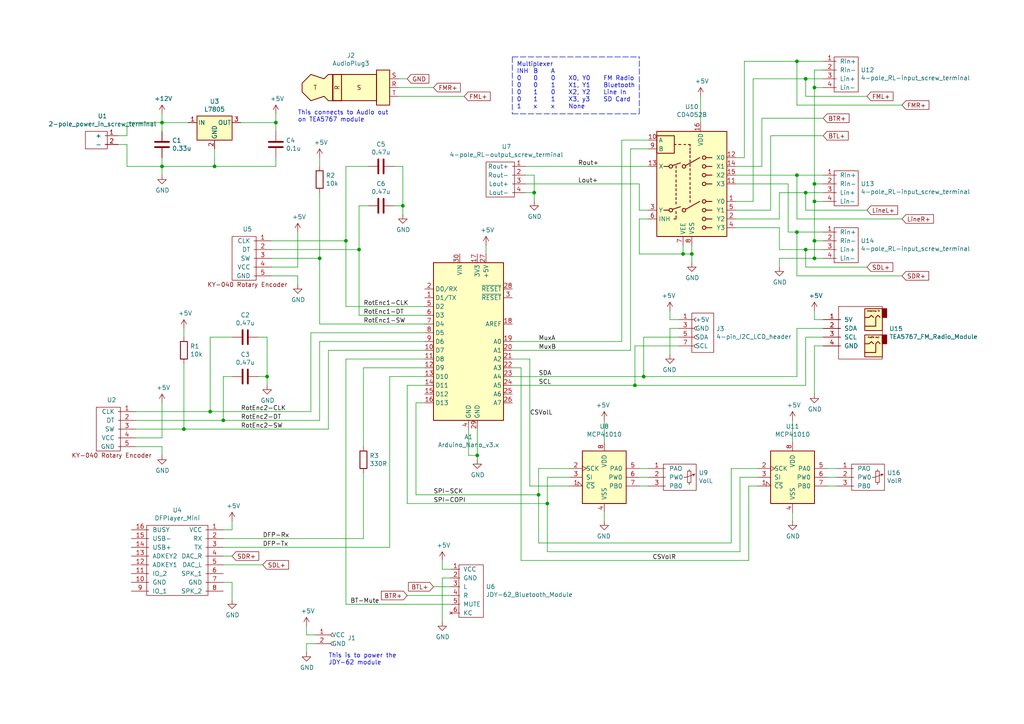
<source format=kicad_sch>
(kicad_sch (version 20211123) (generator eeschema)
  (paper "A4")
  (lib_symbols
    (symbol "Analog_Switch:CD4052B"
      (property "Reference" "U" (at -10.16 16.51 0))
      (property "Value" "CD4052B" (at 3.81 16.51 0))
      (symbol "CD4052B_0_1"
        (rectangle (start -10.16 8.89) (end -5.08 13.97) (stroke (width 0.254)))
        (rectangle (start -10.16 15.24) (end 10.16 -15.24) (stroke (width 0.254)) (fill (type background)))
        (circle (center -6.096 -7.62) (radius 0.508) (stroke (width 0.254)))
        (circle (center -6.096 5.08) (radius 0.508) (stroke (width 0.254)))
        (circle (center -2.286 -7.62) (radius 0.508) (stroke (width 0.254)))
        (circle (center -2.286 5.08) (radius 0.508) (stroke (width 0.254)))
        (polyline (pts (xy -8.128 -7.62) (xy -6.604 -7.62)) (stroke (width 0.254)))
        (polyline (pts (xy -8.128 5.08) (xy -6.604 5.08)) (stroke (width 0.254)))
        (polyline (pts (xy -5.588 -7.366) (xy -3.302 -6.604)) (stroke (width 0.254)))
        (polyline (pts (xy -5.588 5.334) (xy -3.302 6.096)) (stroke (width 0.254)))
        (polyline (pts (xy -4.572 -10.16) (xy -5.207 -10.16)) (stroke (width 0.254)))
        (polyline (pts (xy -4.572 -9.906) (xy -4.572 -9.271)) (stroke (width 0.254)))
        (polyline (pts (xy -4.572 -8.636) (xy -4.572 -8.001)) (stroke (width 0.254)))
        (polyline (pts (xy -4.572 -5.842) (xy -4.572 -5.207)) (stroke (width 0.254)))
        (polyline (pts (xy -4.572 -4.572) (xy -4.572 -3.937)) (stroke (width 0.254)))
        (polyline (pts (xy -4.572 -3.302) (xy -4.572 -2.667)) (stroke (width 0.254)))
        (polyline (pts (xy -4.572 -2.032) (xy -4.572 -1.397)) (stroke (width 0.254)))
        (polyline (pts (xy -4.572 -0.762) (xy -4.572 -0.127)) (stroke (width 0.254)))
        (polyline (pts (xy -4.572 0.508) (xy -4.572 1.143)) (stroke (width 0.254)))
        (polyline (pts (xy -4.572 2.032) (xy -4.572 2.667)) (stroke (width 0.254)))
        (polyline (pts (xy -4.572 3.302) (xy -4.572 3.937)) (stroke (width 0.254)))
        (polyline (pts (xy -4.572 4.572) (xy -4.572 5.207)) (stroke (width 0.254)))
        (polyline (pts (xy -4.572 11.43) (xy -5.08 11.43)) (stroke (width 0.254)))
        (polyline (pts (xy -3.81 11.43) (xy -3.175 11.43)) (stroke (width 0.254)))
        (polyline (pts (xy -1.778 -7.366) (xy 2.286 -5.08)) (stroke (width 0.254)))
        (polyline (pts (xy -1.778 5.334) (xy 2.286 7.62)) (stroke (width 0.254)))
        (polyline (pts (xy -1.778 11.43) (xy -2.286 11.43)) (stroke (width 0.254)))
        (polyline (pts (xy -0.508 -5.334) (xy -0.508 -4.699)) (stroke (width 0.254)))
        (polyline (pts (xy -0.508 -4.064) (xy -0.508 -3.429)) (stroke (width 0.254)))
        (polyline (pts (xy -0.508 -2.794) (xy -0.508 -2.159)) (stroke (width 0.254)))
        (polyline (pts (xy -0.508 -1.524) (xy -0.508 -0.889)) (stroke (width 0.254)))
        (polyline (pts (xy -0.508 -0.254) (xy -0.508 0.381)) (stroke (width 0.254)))
        (polyline (pts (xy -0.508 1.27) (xy -0.508 1.905)) (stroke (width 0.254)))
        (polyline (pts (xy -0.508 2.54) (xy -0.508 3.175)) (stroke (width 0.254)))
        (polyline (pts (xy -0.508 3.81) (xy -0.508 4.445)) (stroke (width 0.254)))
        (polyline (pts (xy -0.508 5.08) (xy -0.508 5.715)) (stroke (width 0.254)))
        (polyline (pts (xy -0.508 6.35) (xy -0.508 6.985)) (stroke (width 0.254)))
        (polyline (pts (xy -0.508 7.62) (xy -0.508 8.255)) (stroke (width 0.254)))
        (polyline (pts (xy -0.508 8.89) (xy -0.508 9.398)) (stroke (width 0.254)))
        (polyline (pts (xy -0.508 8.89) (xy -0.508 9.525)) (stroke (width 0.254)))
        (polyline (pts (xy -0.508 9.906) (xy -0.508 10.414)) (stroke (width 0.254)))
        (polyline (pts (xy -0.508 10.922) (xy -0.508 11.43)) (stroke (width 0.254)))
        (polyline (pts (xy -0.508 11.43) (xy -1.016 11.43)) (stroke (width 0.254)))
        (polyline (pts (xy 4.064 -12.7) (xy 5.842 -12.7)) (stroke (width 0.254)))
        (polyline (pts (xy 4.064 -10.16) (xy 5.842 -10.16)) (stroke (width 0.254)))
        (polyline (pts (xy 4.064 -7.62) (xy 5.842 -7.62)) (stroke (width 0.254)))
        (polyline (pts (xy 4.064 -5.08) (xy 5.842 -5.08)) (stroke (width 0.254)))
        (polyline (pts (xy 4.064 0) (xy 5.842 0)) (stroke (width 0.254)))
        (polyline (pts (xy 4.064 2.54) (xy 5.842 2.54)) (stroke (width 0.254)))
        (polyline (pts (xy 4.064 5.08) (xy 5.842 5.08)) (stroke (width 0.254)))
        (polyline (pts (xy 4.064 7.62) (xy 5.842 7.62)) (stroke (width 0.254)))
        (circle (center 3.556 -12.7) (radius 0.508) (stroke (width 0.254)))
        (circle (center 3.556 -10.16) (radius 0.508) (stroke (width 0.254)))
        (circle (center 3.556 -7.62) (radius 0.508) (stroke (width 0.254)))
        (circle (center 3.556 -5.08) (radius 0.508) (stroke (width 0.254)))
        (circle (center 3.556 0) (radius 0.508) (stroke (width 0.254)))
        (circle (center 3.556 2.54) (radius 0.508) (stroke (width 0.254)))
        (circle (center 3.556 5.08) (radius 0.508) (stroke (width 0.254)))
        (circle (center 3.556 7.62) (radius 0.508) (stroke (width 0.254)))
      )
      (symbol "CD4052B_1_1"
        (pin bidirectional line (at 12.7 -5.08 180) (length 2.54) (name "Y0") (number "1"))
        (pin input line (at -12.7 12.7 0) (length 2.54) (name "A") (number "10"))
        (pin bidirectional line (at 12.7 0 180) (length 2.54) (name "X3") (number "11"))
        (pin bidirectional line (at 12.7 7.62 180) (length 2.54) (name "X0") (number "12"))
        (pin bidirectional line (at -12.7 5.08 0) (length 2.54) (name "X") (number "13"))
        (pin bidirectional line (at 12.7 5.08 180) (length 2.54) (name "X1") (number "14"))
        (pin bidirectional line (at 12.7 2.54 180) (length 2.54) (name "X2") (number "15"))
        (pin power_in line (at 2.54 17.78 270) (length 2.54) (name "VDD") (number "16"))
        (pin bidirectional line (at 12.7 -10.16 180) (length 2.54) (name "Y2") (number "2"))
        (pin bidirectional line (at -12.7 -7.62 0) (length 2.54) (name "Y") (number "3"))
        (pin bidirectional line (at 12.7 -12.7 180) (length 2.54) (name "Y3") (number "4"))
        (pin bidirectional line (at 12.7 -7.62 180) (length 2.54) (name "Y1") (number "5"))
        (pin input line (at -12.7 -10.16 0) (length 2.54) (name "INH") (number "6"))
        (pin power_in line (at -2.54 -17.78 90) (length 2.54) (name "VEE") (number "7"))
        (pin power_in line (at 0 -17.78 90) (length 2.54) (name "VSS") (number "8"))
        (pin input line (at -12.7 10.16 0) (length 2.54) (name "B") (number "9"))
      )
    )
    (symbol "Connector:AudioPlug3"
      (property "Reference" "J" (at 1.27 6.35 0))
      (property "Value" "AudioPlug3" (at 1.27 -6.35 0))
      (symbol "AudioPlug3_0_0"
        (text "R" (at -2.54 0 900) (effects (font (size 1.27 1.27))))
      )
      (symbol "AudioPlug3_0_1"
        (rectangle (start -3.81 3.81) (end -1.27 -3.81) (stroke (width 0.254)))
        (rectangle (start -1.27 -1.27) (end -1.27 -1.27))
      )
      (symbol "AudioPlug3_1_0"
        (text "S" (at 3.81 0 0) (effects (font (size 1.27 1.27))))
        (text "T" (at -8.89 0 0) (effects (font (size 1.27 1.27))))
      )
      (symbol "AudioPlug3_1_1"
        (rectangle (start -3.81 3.81) (end 8.89 -3.81) (stroke (width 0.254)) (fill (type background)))
        (polyline (pts (xy -3.81 3.81) (xy -5.08 3.81) (xy -6.35 2.54) (xy -10.16 3.81) (xy -12.7 1.27) (xy -12.7 -1.27) (xy -10.16 -3.81) (xy -6.35 -2.54) (xy -5.08 -3.81) (xy -3.81 -3.81) (xy -3.81 3.81)) (stroke (width 0.254)) (fill (type background)))
        (rectangle (start 12.7 5.08) (end 8.89 -5.08) (stroke (width 0.254)) (fill (type background)))
        (pin passive line (at 15.24 0 180) (length 2.54) (name "~") (number "R"))
        (pin passive line (at 15.24 2.54 180) (length 2.54) (name "~") (number "S"))
        (pin passive line (at 15.24 -2.54 180) (length 2.54) (name "~") (number "T"))
      )
    )
    (symbol "Device:C" (pin_numbers hide) (pin_names (offset 0.254))
      (property "Reference" "C" (at 0.635 2.54 0))
      (property "Value" "C" (at 0.635 -2.54 0))
      (symbol "C_0_1"
        (polyline (pts (xy -2.032 -0.762) (xy 2.032 -0.762)) (stroke (width 0.508)))
        (polyline (pts (xy -2.032 0.762) (xy 2.032 0.762)) (stroke (width 0.508)))
      )
      (symbol "C_1_1"
        (pin passive line (at 0 3.81 270) (length 2.794) (name "~") (number "1"))
        (pin passive line (at 0 -3.81 90) (length 2.794) (name "~") (number "2"))
      )
    )
    (symbol "Device:R" (pin_numbers hide) (pin_names (offset 0))
      (property "Reference" "R" (at 2.032 0 90))
      (property "Value" "R" (at 0 0 90))
      (symbol "R_0_1"
        (rectangle (start -1.016 -2.54) (end 1.016 2.54) (stroke (width 0.254)))
      )
      (symbol "R_1_1"
        (pin passive line (at 0 3.81 270) (length 1.27) (name "~") (number "1"))
        (pin passive line (at 0 -3.81 90) (length 1.27) (name "~") (number "2"))
      )
    )
    (symbol "MCU_Module:Arduino_Nano_v3.x"
      (property "Reference" "A" (at -10.16 23.495 0))
      (property "Value" "Arduino_Nano_v3.x" (at 5.08 -24.13 0))
      (symbol "Arduino_Nano_v3.x_0_1"
        (rectangle (start -10.16 22.86) (end 10.16 -22.86) (stroke (width 0.254)) (fill (type background)))
      )
      (symbol "Arduino_Nano_v3.x_1_1"
        (pin bidirectional line (at -12.7 12.7 0) (length 2.54) (name "D1/TX") (number "1"))
        (pin bidirectional line (at -12.7 -2.54 0) (length 2.54) (name "D7") (number "10"))
        (pin bidirectional line (at -12.7 -5.08 0) (length 2.54) (name "D8") (number "11"))
        (pin bidirectional line (at -12.7 -7.62 0) (length 2.54) (name "D9") (number "12"))
        (pin bidirectional line (at -12.7 -10.16 0) (length 2.54) (name "D10") (number "13"))
        (pin bidirectional line (at -12.7 -12.7 0) (length 2.54) (name "D11") (number "14"))
        (pin bidirectional line (at -12.7 -15.24 0) (length 2.54) (name "D12") (number "15"))
        (pin bidirectional line (at -12.7 -17.78 0) (length 2.54) (name "D13") (number "16"))
        (pin power_out line (at 2.54 25.4 270) (length 2.54) (name "3V3") (number "17"))
        (pin input line (at 12.7 5.08 180) (length 2.54) (name "AREF") (number "18"))
        (pin bidirectional line (at 12.7 0 180) (length 2.54) (name "A0") (number "19"))
        (pin bidirectional line (at -12.7 15.24 0) (length 2.54) (name "D0/RX") (number "2"))
        (pin bidirectional line (at 12.7 -2.54 180) (length 2.54) (name "A1") (number "20"))
        (pin bidirectional line (at 12.7 -5.08 180) (length 2.54) (name "A2") (number "21"))
        (pin bidirectional line (at 12.7 -7.62 180) (length 2.54) (name "A3") (number "22"))
        (pin bidirectional line (at 12.7 -10.16 180) (length 2.54) (name "A4") (number "23"))
        (pin bidirectional line (at 12.7 -12.7 180) (length 2.54) (name "A5") (number "24"))
        (pin bidirectional line (at 12.7 -15.24 180) (length 2.54) (name "A6") (number "25"))
        (pin bidirectional line (at 12.7 -17.78 180) (length 2.54) (name "A7") (number "26"))
        (pin power_out line (at 5.08 25.4 270) (length 2.54) (name "+5V") (number "27"))
        (pin input line (at 12.7 15.24 180) (length 2.54) (name "~{RESET}") (number "28"))
        (pin power_in line (at 2.54 -25.4 90) (length 2.54) (name "GND") (number "29"))
        (pin input line (at 12.7 12.7 180) (length 2.54) (name "~{RESET}") (number "3"))
        (pin power_in line (at -2.54 25.4 270) (length 2.54) (name "VIN") (number "30"))
        (pin power_in line (at 0 -25.4 90) (length 2.54) (name "GND") (number "4"))
        (pin bidirectional line (at -12.7 10.16 0) (length 2.54) (name "D2") (number "5"))
        (pin bidirectional line (at -12.7 7.62 0) (length 2.54) (name "D3") (number "6"))
        (pin bidirectional line (at -12.7 5.08 0) (length 2.54) (name "D4") (number "7"))
        (pin bidirectional line (at -12.7 2.54 0) (length 2.54) (name "D5") (number "8"))
        (pin bidirectional line (at -12.7 0 0) (length 2.54) (name "D6") (number "9"))
      )
    )
    (symbol "My_Headers:2-pin_power_input_header" (pin_names (offset 1.016))
      (property "Reference" "J" (at 0 2.54 0))
      (symbol "2-pin_power_input_header_1_1"
        (arc (start 0 -2.032) (mid -0.508 -2.54) (end 0 -3.048) (stroke (width 0.1524)))
        (polyline (pts (xy -1.27 -2.54) (xy -0.508 -2.54)) (stroke (width 0.1524)))
        (polyline (pts (xy -1.27 0) (xy -0.508 0)) (stroke (width 0.1524)))
        (arc (start 0 0.508) (mid -0.508 0) (end 0 -0.508) (stroke (width 0.1524)))
        (pin power_out line (at -5.08 0 0) (length 3.81) (name "VCC") (number "1"))
        (pin power_out line (at -5.08 -2.54 0) (length 3.81) (name "GND") (number "2"))
      )
    )
    (symbol "My_Headers:3-pin_potentiometer_output" (pin_names (offset 1.016))
      (property "Reference" "U" (at 5.715 2.54 0))
      (property "Value" "3-pin_potentiometer_output" (at 5.08 -7.62 0))
      (symbol "3-pin_potentiometer_output_0_1"
        (polyline (pts (xy 11.938 -4.064) (xy 11.938 -4.699)))
        (polyline (pts (xy 11.938 -0.254) (xy 11.938 -0.762)))
        (polyline (pts (xy 12.827 -1.651) (xy 12.827 -1.651)))
        (polyline (pts (xy 13.589 -1.651) (xy 13.081 -2.159)))
        (polyline (pts (xy 10.414 -2.54) (xy 11.049 -2.54) (xy 13.589 -1.651) (xy 12.827 -1.651)))
        (polyline (pts (xy 4.445 1.27) (xy 13.97 1.27) (xy 13.97 -6.35) (xy 4.445 -6.35) (xy 4.445 1.27)))
        (polyline (pts (xy 11.43 -0.762) (xy 12.446 -0.762) (xy 12.446 -4.064) (xy 11.43 -4.064) (xy 11.43 -0.762)))
      )
      (symbol "3-pin_potentiometer_output_1_1"
        (pin input line (at 0 0 0) (length 5.08) (name "PAO") (number "1"))
        (pin output line (at 0 -2.54 0) (length 5.08) (name "PW0") (number "2"))
        (pin input line (at 0 -5.08 0) (length 5.08) (name "PB0") (number "3"))
      )
    )
    (symbol "My_Headers:4-pin_I2C_LCD_header" (pin_names (offset 1.016))
      (property "Reference" "J" (at 0 5.715 0))
      (property "Value" "4-pin_I2C_LCD_header" (at 0 -8.255 0))
      (symbol "4-pin_I2C_LCD_header_0_1"
        (rectangle (start -1.27 4.445) (end 5.08 -6.985))
      )
      (symbol "4-pin_I2C_LCD_header_1_1"
        (arc (start 0 -4.572) (mid -0.508 -5.08) (end 0 -5.588) (stroke (width 0.1524)))
        (arc (start 0 -2.032) (mid -0.508 -2.54) (end 0 -3.048) (stroke (width 0.1524)))
        (polyline (pts (xy -1.27 -5.08) (xy -0.508 -5.08)) (stroke (width 0.1524)))
        (polyline (pts (xy -1.27 -2.54) (xy -0.508 -2.54)) (stroke (width 0.1524)))
        (polyline (pts (xy -1.27 0) (xy -0.508 0)) (stroke (width 0.1524)))
        (polyline (pts (xy -1.27 2.54) (xy -0.508 2.54)) (stroke (width 0.1524)))
        (arc (start 0 0.508) (mid -0.508 0) (end 0 -0.508) (stroke (width 0.1524)))
        (arc (start 0 3.048) (mid -0.508 2.54) (end 0 2.032) (stroke (width 0.1524)))
        (pin power_in line (at -5.08 2.54 0) (length 3.81) (name "+5V") (number "1"))
        (pin power_in line (at -5.08 0 0) (length 3.81) (name "GND") (number "3"))
        (pin passive line (at -5.08 -2.54 0) (length 3.81) (name "SDA") (number "5"))
        (pin passive line (at -5.08 -5.08 0) (length 3.81) (name "SCL") (number "7"))
      )
    )
    (symbol "My_Parts:2-pole_power_in_screw_terminal" (pin_names (offset 1.016))
      (property "Reference" "U" (at 4.445 3.175 0))
      (property "Value" "2-pole_power_in_screw_terminal" (at 6.35 -5.715 0))
      (symbol "2-pole_power_in_screw_terminal_0_1"
        (rectangle (start 3.175 1.27) (end 9.525 -3.81))
      )
      (symbol "2-pole_power_in_screw_terminal_1_1"
        (pin power_in line (at 0 0 0) (length 3.81) (name "+") (number "1"))
        (pin power_in line (at 0 -2.54 0) (length 3.81) (name "-") (number "2"))
      )
    )
    (symbol "My_Parts:4-pole_RL-input_screw_terminal" (pin_names (offset 1.016))
      (property "Reference" "U" (at 4.445 3.175 0))
      (property "Value" "4-pole_RL-input_screw_terminal" (at 6.35 -10.795 0))
      (symbol "4-pole_RL-input_screw_terminal_0_1"
        (rectangle (start 3.175 1.27) (end 10.16 -8.89))
      )
      (symbol "4-pole_RL-input_screw_terminal_1_1"
        (pin input line (at 0 0 0) (length 3.81) (name "Rin+") (number "1"))
        (pin input line (at 0 -2.54 0) (length 3.81) (name "Rin-") (number "2"))
        (pin input line (at 0 -5.08 0) (length 3.81) (name "Lin+") (number "3"))
        (pin input line (at 0 -7.62 0) (length 3.81) (name "Lin-") (number "4"))
      )
    )
    (symbol "My_Parts:4-pole_RL-output_screw_terminal" (pin_names (offset 1.016))
      (property "Reference" "U" (at 4.445 3.175 0))
      (property "Value" "4-pole_RL-output_screw_terminal" (at 6.35 -10.795 0))
      (symbol "4-pole_RL-output_screw_terminal_0_1"
        (rectangle (start 3.175 1.27) (end 11.43 -8.89))
      )
      (symbol "4-pole_RL-output_screw_terminal_1_1"
        (pin output line (at 0 0 0) (length 3.81) (name "Rout+") (number "1"))
        (pin output line (at 0 -2.54 0) (length 3.81) (name "Rout-") (number "2"))
        (pin output line (at 0 -5.08 0) (length 3.81) (name "Lout+") (number "3"))
        (pin output line (at 0 -7.62 0) (length 3.81) (name "Lout-") (number "4"))
      )
    )
    (symbol "My_Parts:DFPlayer_Mini" (pin_names (offset 1.016))
      (property "Reference" "U" (at 6.985 2.54 0))
      (property "Value" "DFPlayer_Mini" (at 12.7 -20.955 0))
      (symbol "DFPlayer_Mini_0_1"
        (polyline (pts (xy 4.445 1.27) (xy 4.445 -19.05) (xy 22.225 -19.05) (xy 22.225 1.27) (xy 4.445 1.27)))
      )
      (symbol "DFPlayer_Mini_1_1"
        (pin power_in line (at 0 0 0) (length 5.08) (name "VCC") (number "1"))
        (pin power_in line (at 26.67 -15.24 180) (length 5.08) (name "GND") (number "10"))
        (pin input line (at 26.67 -12.7 180) (length 5.08) (name "IO_2") (number "11"))
        (pin input line (at 26.67 -10.16 180) (length 5.08) (name "ADKEY1") (number "12"))
        (pin input line (at 26.67 -7.62 180) (length 5.08) (name "ADKEY2") (number "13"))
        (pin bidirectional line (at 26.67 -5.08 180) (length 5.08) (name "USB+") (number "14"))
        (pin bidirectional line (at 26.67 -2.54 180) (length 5.08) (name "USB-") (number "15"))
        (pin output line (at 26.67 0 180) (length 5.08) (name "BUSY") (number "16"))
        (pin input line (at 0 -2.54 0) (length 5.08) (name "RX") (number "2"))
        (pin output line (at 0 -5.08 0) (length 5.08) (name "TX") (number "3"))
        (pin output line (at 0 -7.62 0) (length 5.08) (name "DAC_R") (number "4"))
        (pin output line (at 0 -10.16 0) (length 5.08) (name "DAC_L") (number "5"))
        (pin output line (at 0 -12.7 0) (length 5.08) (name "SPK_1") (number "6"))
        (pin power_in line (at 0 -15.24 0) (length 5.08) (name "GND") (number "7"))
        (pin output line (at 0 -17.78 0) (length 5.08) (name "SPK_2") (number "8"))
        (pin input line (at 26.67 -17.78 180) (length 5.08) (name "IO_1") (number "9"))
      )
    )
    (symbol "My_Parts:JDY-62_Bluetooth_Module" (pin_names (offset 1.016))
      (property "Reference" "U" (at 3.302 2.286 0))
      (property "Value" "JDY-62_Bluetooth_Module" (at 6.096 -15.494 0))
      (symbol "JDY-62_Bluetooth_Module_0_1"
        (polyline (pts (xy 2.286 1.27) (xy 2.286 -13.97) (xy 9.398 -13.97) (xy 9.398 1.27) (xy 2.286 1.27)))
      )
      (symbol "JDY-62_Bluetooth_Module_1_1"
        (pin power_in line (at 0 0 0) (length 2.54) (name "VCC") (number "1"))
        (pin power_in line (at 0 -2.54 0) (length 2.54) (name "GND") (number "2"))
        (pin output line (at 0 -5.08 0) (length 2.54) (name "L") (number "3"))
        (pin output line (at 0 -7.62 0) (length 2.54) (name "R") (number "4"))
        (pin output line (at 0 -10.16 0) (length 2.54) (name "MUTE") (number "5"))
        (pin no_connect line (at 0 -12.7 0) (length 2.54) (name "KC") (number "6"))
      )
    )
    (symbol "My_Parts:KY-040_Rotary_Encoder" (pin_names (offset 1.016))
      (property "Reference" "U" (at 0.635 2.54 0))
      (symbol "KY-040_Rotary_Encoder_0_0"
        (text "KY-040 Rotary Encoder" (at 1.905 -12.7 0) (effects (font (size 1.27 1.27))))
      )
      (symbol "KY-040_Rotary_Encoder_0_1"
        (rectangle (start -0.635 -11.43) (end 6.35 1.27))
      )
      (symbol "KY-040_Rotary_Encoder_1_1"
        (pin output line (at -5.08 0 0) (length 5.08) (name "CLK") (number "1"))
        (pin output line (at -5.08 -2.54 0) (length 5.08) (name "DT") (number "2"))
        (pin output line (at -5.08 -5.08 0) (length 5.08) (name "SW") (number "3"))
        (pin power_in line (at -5.08 -7.62 0) (length 5.08) (name "VCC") (number "4"))
        (pin power_in line (at -5.08 -10.16 0) (length 5.08) (name "GND") (number "5"))
      )
    )
    (symbol "My_Parts:TEA5767_FM_Radio_Module" (pin_names (offset 1.016))
      (property "Reference" "U" (at 6.35 5.08 0))
      (property "Value" "TEA5767_FM_Radio_Module" (at 9.525 -13.335 0))
      (symbol "TEA5767_FM_Radio_Module_0_0"
        (text "Antenna in" (at 14.605 2.54 0) (effects (font (size 0.4572 0.4572))))
        (text "Audio out" (at 14.605 -5.08 0) (effects (font (size 0.4572 0.4572))))
      )
      (symbol "TEA5767_FM_Radio_Module_0_1"
        (polyline (pts (xy 17.145 -4.445) (xy 17.145 -3.175)))
        (polyline (pts (xy 17.145 3.175) (xy 17.145 3.81) (xy 4.445 3.81)))
        (polyline (pts (xy 4.445 3.81) (xy 4.445 -11.43) (xy 17.145 -11.43) (xy 17.145 -10.795)))
      )
      (symbol "TEA5767_FM_Radio_Module_1_1"
        (polyline (pts (xy 14.605 -6.985) (xy 13.97 -6.35) (xy 13.335 -6.985) (xy 12.065 -6.985)) (stroke (width 0.254)))
        (polyline (pts (xy 14.605 0.635) (xy 13.97 1.27) (xy 13.335 0.635) (xy 12.065 0.635)) (stroke (width 0.254)))
        (polyline (pts (xy 12.065 -9.525) (xy 15.24 -9.525) (xy 15.24 -6.985) (xy 15.875 -6.35) (xy 16.51 -6.985)) (stroke (width 0.254)))
        (polyline (pts (xy 12.065 -1.905) (xy 15.24 -1.905) (xy 15.24 0.635) (xy 15.875 1.27) (xy 16.51 0.635)) (stroke (width 0.254)))
        (rectangle (start 12.065 -10.795) (end 17.145 -4.445) (stroke (width 0.254)) (fill (type background)))
        (rectangle (start 12.065 -3.175) (end 17.145 3.175) (stroke (width 0.254)) (fill (type background)))
        (rectangle (start 17.145 -4.445) (end 18.415 -6.985) (stroke (width 0.254)) (fill (type outline)))
        (rectangle (start 17.145 3.175) (end 18.415 0.635) (stroke (width 0.254)) (fill (type outline)))
        (pin power_in line (at 0 0 0) (length 5.08) (name "5V") (number "1"))
        (pin bidirectional line (at 0 -2.54 0) (length 5.08) (name "SDA") (number "2"))
        (pin bidirectional line (at 0 -5.08 0) (length 5.08) (name "SCL") (number "3"))
        (pin power_in line (at 0 -7.62 0) (length 5.08) (name "GND") (number "4"))
      )
    )
    (symbol "Potentiometer_Digital:MCP41010" (pin_names (offset 1.016))
      (property "Reference" "U" (at -6.35 8.89 0))
      (property "Value" "MCP41010" (at 1.27 8.89 0))
      (symbol "MCP41010_0_1"
        (rectangle (start -6.35 7.62) (end 6.35 -7.62) (stroke (width 0.254)) (fill (type background)))
      )
      (symbol "MCP41010_1_1"
        (pin input input_low (at -10.16 -2.54 0) (length 3.81) (name "~{CS}") (number "1"))
        (pin passive clock (at -10.16 2.54 0) (length 3.81) (name "SCK") (number "2"))
        (pin input line (at -10.16 0 0) (length 3.81) (name "SI") (number "3"))
        (pin power_in line (at 0 -10.16 90) (length 2.54) (name "VSS") (number "4"))
        (pin passive line (at 10.16 2.54 180) (length 3.81) (name "PA0") (number "5"))
        (pin passive line (at 10.16 0 180) (length 3.81) (name "PW0") (number "6"))
        (pin passive line (at 10.16 -2.54 180) (length 3.81) (name "PB0") (number "7"))
        (pin power_in line (at 0 10.16 270) (length 2.54) (name "VDD") (number "8"))
      )
    )
    (symbol "Regulator_Linear:L7805" (pin_names (offset 0.254))
      (property "Reference" "U" (at -3.81 3.175 0))
      (property "Value" "L7805" (at 0 3.175 0))
      (symbol "L7805_0_1"
        (rectangle (start -5.08 1.905) (end 5.08 -5.08) (stroke (width 0.254)) (fill (type background)))
      )
      (symbol "L7805_1_1"
        (pin power_in line (at -7.62 0 0) (length 2.54) (name "IN") (number "1"))
        (pin power_in line (at 0 -7.62 90) (length 2.54) (name "GND") (number "2"))
        (pin power_out line (at 7.62 0 180) (length 2.54) (name "OUT") (number "3"))
      )
    )
    (symbol "power:+12V" (power) (pin_names (offset 0))
      (property "Value" "+12V" (at 0 3.556 0))
      (symbol "+12V_0_1"
        (polyline (pts (xy -0.762 1.27) (xy 0 2.54)))
        (polyline (pts (xy 0 0) (xy 0 2.54)))
        (polyline (pts (xy 0 2.54) (xy 0.762 1.27)))
      )
      (symbol "+12V_1_1"
        (pin power_in line (at 0 0 90) (length 0) hide (name "+12V") (number "1"))
      )
    )
    (symbol "power:+5V" (power) (pin_names (offset 0))
      (property "Value" "+5V" (at 0 3.556 0))
      (symbol "+5V_0_1"
        (polyline (pts (xy -0.762 1.27) (xy 0 2.54)))
        (polyline (pts (xy 0 0) (xy 0 2.54)))
        (polyline (pts (xy 0 2.54) (xy 0.762 1.27)))
      )
      (symbol "+5V_1_1"
        (pin power_in line (at 0 0 90) (length 0) hide (name "+5V") (number "1"))
      )
    )
    (symbol "power:GND" (power) (pin_names (offset 0))
      (property "Value" "GND" (at 0 -3.81 0))
      (symbol "GND_0_1"
        (polyline (pts (xy 0 0) (xy 0 -1.27) (xy 1.27 -1.27) (xy 0 -2.54) (xy -1.27 -1.27) (xy 0 -1.27)))
      )
      (symbol "GND_1_1"
        (pin power_in line (at 0 0 270) (length 0) hide (name "GND") (number "1"))
      )
    )
  )
  (junction (at 233.68 55.88))
  (junction (at 158.75 146.05))
  (junction (at 231.14 67.31))
  (junction (at 92.71 74.93))
  (junction (at 53.34 124.46))
  (junction (at 198.12 73.66))
  (junction (at 236.22 58.42))
  (junction (at 156.21 143.51))
  (junction (at 233.68 72.39))
  (junction (at 116.84 59.69))
  (junction (at 100.33 69.85))
  (junction (at 233.68 22.86))
  (junction (at 64.77 121.92))
  (junction (at 200.66 73.66))
  (junction (at 154.94 55.88))
  (junction (at 62.23 48.26))
  (junction (at 186.69 109.22))
  (junction (at 80.01 35.56))
  (junction (at 231.14 50.8))
  (junction (at 236.22 53.34))
  (junction (at 104.14 72.39))
  (junction (at 77.47 109.22))
  (junction (at 231.14 17.78))
  (junction (at 236.22 69.85))
  (junction (at 46.99 35.56))
  (junction (at 236.22 25.4))
  (junction (at 138.43 132.08))
  (junction (at 60.96 119.38))
  (junction (at 236.22 74.93))
  (junction (at 46.99 48.26))
  (junction (at 184.15 111.76))
  (polyline (pts (xy 185.42 33.02) (xy 185.42 16.51)))
  (wire (pts (xy 67.31 168.91) (xy 67.31 173.99)))
  (wire (pts (xy 187.96 60.96) (xy 185.42 60.96)))
  (wire (pts (xy 236.22 74.93) (xy 226.06 74.93)))
  (wire (pts (xy 128.27 165.1) (xy 128.27 162.56)))
  (wire (pts (xy 238.76 69.85) (xy 236.22 69.85)))
  (wire (pts (xy 90.17 96.52) (xy 90.17 119.38)))
  (wire (pts (xy 175.26 128.27) (xy 175.26 121.92)))
  (wire (pts (xy 46.99 48.26) (xy 62.23 48.26)))
  (wire (pts (xy 74.93 109.22) (xy 77.47 109.22)))
  (wire (pts (xy 236.22 100.33) (xy 236.22 114.3)))
  (wire (pts (xy 223.52 39.37) (xy 238.76 39.37)))
  (wire (pts (xy 86.36 77.47) (xy 86.36 67.31)))
  (wire (pts (xy 238.76 25.4) (xy 236.22 25.4)))
  (wire (pts (xy 217.17 140.97) (xy 217.17 162.56)))
  (wire (pts (xy 36.83 48.26) (xy 46.99 48.26)))
  (wire (pts (xy 233.68 111.76) (xy 184.15 111.76)))
  (wire (pts (xy 53.34 97.79) (xy 53.34 95.25)))
  (wire (pts (xy 180.34 99.06) (xy 180.34 40.64)))
  (wire (pts (xy 238.76 20.32) (xy 236.22 20.32)))
  (wire (pts (xy 39.37 124.46) (xy 53.34 124.46)))
  (wire (pts (xy 64.77 109.22) (xy 64.77 121.92)))
  (wire (pts (xy 236.22 58.42) (xy 236.22 69.85)))
  (wire (pts (xy 36.83 41.91) (xy 36.83 48.26)))
  (wire (pts (xy 116.84 48.26) (xy 114.3 48.26)))
  (wire (pts (xy 229.87 128.27) (xy 229.87 121.92)))
  (wire (pts (xy 184.15 111.76) (xy 184.15 100.33)))
  (wire (pts (xy 115.57 25.4) (xy 125.73 25.4)))
  (wire (pts (xy 113.03 109.22) (xy 123.19 109.22)))
  (wire (pts (xy 185.42 73.66) (xy 185.42 63.5)))
  (wire (pts (xy 92.71 93.98) (xy 123.19 93.98)))
  (wire (pts (xy 123.19 96.52) (xy 90.17 96.52)))
  (wire (pts (xy 187.96 140.97) (xy 185.42 140.97)))
  (wire (pts (xy 116.84 59.69) (xy 116.84 48.26)))
  (wire (pts (xy 213.36 53.34) (xy 228.6 53.34)))
  (wire (pts (xy 64.77 161.29) (xy 67.31 161.29)))
  (wire (pts (xy 64.77 158.75) (xy 113.03 158.75)))
  (wire (pts (xy 130.81 172.72) (xy 118.11 172.72)))
  (wire (pts (xy 140.97 73.66) (xy 140.97 71.12)))
  (wire (pts (xy 80.01 48.26) (xy 80.01 45.72)))
  (wire (pts (xy 152.4 50.8) (xy 154.94 50.8)))
  (wire (pts (xy 231.14 63.5) (xy 261.62 63.5)))
  (wire (pts (xy 78.74 72.39) (xy 104.14 72.39)))
  (wire (pts (xy 198.12 73.66) (xy 200.66 73.66)))
  (wire (pts (xy 64.77 153.67) (xy 67.31 153.67)))
  (wire (pts (xy 219.71 138.43) (xy 214.63 138.43)))
  (wire (pts (xy 200.66 73.66) (xy 200.66 76.2)))
  (wire (pts (xy 182.88 101.6) (xy 148.59 101.6)))
  (wire (pts (xy 236.22 74.93) (xy 238.76 74.93)))
  (wire (pts (xy 91.44 184.15) (xy 88.9 184.15)))
  (wire (pts (xy 238.76 97.79) (xy 233.68 97.79)))
  (wire (pts (xy 231.14 67.31) (xy 231.14 80.01)))
  (wire (pts (xy 91.44 186.69) (xy 88.9 186.69)))
  (wire (pts (xy 186.69 109.22) (xy 186.69 97.79)))
  (wire (pts (xy 113.03 158.75) (xy 113.03 109.22)))
  (wire (pts (xy 214.63 138.43) (xy 214.63 160.02)))
  (wire (pts (xy 105.41 106.68) (xy 123.19 106.68)))
  (wire (pts (xy 218.44 58.42) (xy 218.44 22.86)))
  (wire (pts (xy 39.37 127) (xy 46.99 127)))
  (wire (pts (xy 78.74 80.01) (xy 86.36 80.01)))
  (wire (pts (xy 196.85 95.25) (xy 194.31 95.25)))
  (wire (pts (xy 213.36 66.04) (xy 226.06 66.04)))
  (wire (pts (xy 231.14 17.78) (xy 238.76 17.78)))
  (wire (pts (xy 46.99 127) (xy 46.99 116.84)))
  (wire (pts (xy 60.96 119.38) (xy 90.17 119.38)))
  (wire (pts (xy 115.57 22.86) (xy 118.11 22.86)))
  (wire (pts (xy 154.94 55.88) (xy 154.94 58.42)))
  (wire (pts (xy 212.09 157.48) (xy 156.21 157.48)))
  (wire (pts (xy 217.17 162.56) (xy 151.13 162.56)))
  (wire (pts (xy 46.99 45.72) (xy 46.99 48.26)))
  (wire (pts (xy 62.23 43.18) (xy 62.23 48.26)))
  (wire (pts (xy 77.47 109.22) (xy 77.47 97.79)))
  (wire (pts (xy 198.12 71.12) (xy 198.12 73.66)))
  (wire (pts (xy 175.26 148.59) (xy 175.26 151.13)))
  (wire (pts (xy 194.31 95.25) (xy 194.31 102.87)))
  (wire (pts (xy 184.15 111.76) (xy 148.59 111.76)))
  (wire (pts (xy 153.67 140.97) (xy 153.67 104.14)))
  (wire (pts (xy 106.68 59.69) (xy 104.14 59.69)))
  (wire (pts (xy 46.99 35.56) (xy 46.99 38.1)))
  (wire (pts (xy 218.44 22.86) (xy 233.68 22.86)))
  (wire (pts (xy 128.27 167.64) (xy 128.27 180.34)))
  (wire (pts (xy 34.29 41.91) (xy 36.83 41.91)))
  (wire (pts (xy 60.96 97.79) (xy 60.96 119.38)))
  (wire (pts (xy 233.68 60.96) (xy 251.46 60.96)))
  (wire (pts (xy 67.31 153.67) (xy 67.31 151.13)))
  (wire (pts (xy 213.36 60.96) (xy 223.52 60.96)))
  (wire (pts (xy 233.68 97.79) (xy 233.68 111.76)))
  (wire (pts (xy 92.71 99.06) (xy 123.19 99.06)))
  (wire (pts (xy 86.36 80.01) (xy 86.36 82.55)))
  (wire (pts (xy 105.41 156.21) (xy 105.41 137.16)))
  (wire (pts (xy 180.34 40.64) (xy 187.96 40.64)))
  (wire (pts (xy 238.76 58.42) (xy 236.22 58.42)))
  (wire (pts (xy 231.14 17.78) (xy 231.14 30.48)))
  (wire (pts (xy 182.88 43.18) (xy 182.88 101.6)))
  (wire (pts (xy 80.01 35.56) (xy 80.01 38.1)))
  (wire (pts (xy 215.9 45.72) (xy 215.9 17.78)))
  (wire (pts (xy 231.14 109.22) (xy 186.69 109.22)))
  (wire (pts (xy 185.42 60.96) (xy 185.42 53.34)))
  (wire (pts (xy 226.06 63.5) (xy 226.06 55.88)))
  (wire (pts (xy 100.33 69.85) (xy 100.33 88.9)))
  (wire (pts (xy 187.96 43.18) (xy 182.88 43.18)))
  (wire (pts (xy 220.98 34.29) (xy 238.76 34.29)))
  (wire (pts (xy 233.68 55.88) (xy 238.76 55.88)))
  (wire (pts (xy 130.81 167.64) (xy 128.27 167.64)))
  (wire (pts (xy 203.2 35.56) (xy 203.2 27.94)))
  (wire (pts (xy 238.76 92.71) (xy 236.22 92.71)))
  (wire (pts (xy 77.47 97.79) (xy 74.93 97.79)))
  (wire (pts (xy 105.41 129.54) (xy 105.41 106.68)))
  (wire (pts (xy 212.09 135.89) (xy 212.09 157.48)))
  (wire (pts (xy 92.71 48.26) (xy 92.71 45.72)))
  (wire (pts (xy 226.06 55.88) (xy 233.68 55.88)))
  (wire (pts (xy 236.22 92.71) (xy 236.22 90.17)))
  (wire (pts (xy 194.31 92.71) (xy 194.31 90.17)))
  (wire (pts (xy 187.96 135.89) (xy 185.42 135.89)))
  (wire (pts (xy 106.68 48.26) (xy 100.33 48.26)))
  (wire (pts (xy 165.1 135.89) (xy 156.21 135.89)))
  (wire (pts (xy 64.77 163.83) (xy 76.2 163.83)))
  (wire (pts (xy 158.75 146.05) (xy 158.75 160.02)))
  (wire (pts (xy 100.33 175.26) (xy 100.33 104.14)))
  (wire (pts (xy 138.43 132.08) (xy 138.43 133.35)))
  (wire (pts (xy 236.22 53.34) (xy 236.22 58.42)))
  (wire (pts (xy 229.87 148.59) (xy 229.87 151.13)))
  (wire (pts (xy 78.74 69.85) (xy 100.33 69.85)))
  (wire (pts (xy 104.14 59.69) (xy 104.14 72.39)))
  (wire (pts (xy 88.9 186.69) (xy 88.9 189.23)))
  (wire (pts (xy 233.68 72.39) (xy 233.68 77.47)))
  (wire (pts (xy 62.23 48.26) (xy 80.01 48.26)))
  (wire (pts (xy 39.37 129.54) (xy 46.99 129.54)))
  (wire (pts (xy 64.77 156.21) (xy 105.41 156.21)))
  (wire (pts (xy 92.71 121.92) (xy 92.71 99.06)))
  (wire (pts (xy 156.21 135.89) (xy 156.21 143.51)))
  (wire (pts (xy 54.61 35.56) (xy 46.99 35.56)))
  (wire (pts (xy 130.81 165.1) (xy 128.27 165.1)))
  (wire (pts (xy 151.13 106.68) (xy 148.59 106.68)))
  (wire (pts (xy 228.6 53.34) (xy 228.6 67.31)))
  (wire (pts (xy 213.36 63.5) (xy 226.06 63.5)))
  (wire (pts (xy 196.85 97.79) (xy 186.69 97.79)))
  (wire (pts (xy 233.68 77.47) (xy 251.46 77.47)))
  (wire (pts (xy 78.74 77.47) (xy 86.36 77.47)))
  (wire (pts (xy 242.57 135.89) (xy 240.03 135.89)))
  (wire (pts (xy 219.71 135.89) (xy 212.09 135.89)))
  (wire (pts (xy 154.94 50.8) (xy 154.94 55.88)))
  (wire (pts (xy 100.33 48.26) (xy 100.33 69.85)))
  (wire (pts (xy 228.6 67.31) (xy 231.14 67.31)))
  (wire (pts (xy 231.14 30.48) (xy 261.62 30.48)))
  (wire (pts (xy 77.47 109.22) (xy 77.47 111.76)))
  (wire (pts (xy 226.06 74.93) (xy 226.06 77.47)))
  (wire (pts (xy 236.22 20.32) (xy 236.22 25.4)))
  (wire (pts (xy 95.25 124.46) (xy 95.25 101.6)))
  (wire (pts (xy 80.01 33.02) (xy 80.01 35.56)))
  (wire (pts (xy 53.34 124.46) (xy 53.34 105.41)))
  (wire (pts (xy 100.33 104.14) (xy 123.19 104.14)))
  (wire (pts (xy 214.63 160.02) (xy 158.75 160.02)))
  (wire (pts (xy 36.83 35.56) (xy 46.99 35.56)))
  (wire (pts (xy 67.31 109.22) (xy 64.77 109.22)))
  (wire (pts (xy 135.89 124.46) (xy 135.89 132.08)))
  (wire (pts (xy 226.06 72.39) (xy 233.68 72.39)))
  (wire (pts (xy 226.06 66.04) (xy 226.06 72.39)))
  (wire (pts (xy 138.43 124.46) (xy 138.43 132.08)))
  (wire (pts (xy 154.94 55.88) (xy 152.4 55.88)))
  (polyline (pts (xy 148.59 16.51) (xy 148.59 33.02)))
  (wire (pts (xy 200.66 71.12) (xy 200.66 73.66)))
  (wire (pts (xy 120.65 143.51) (xy 156.21 143.51)))
  (wire (pts (xy 213.36 48.26) (xy 220.98 48.26)))
  (wire (pts (xy 238.76 100.33) (xy 236.22 100.33)))
  (wire (pts (xy 46.99 48.26) (xy 46.99 50.8)))
  (wire (pts (xy 196.85 100.33) (xy 184.15 100.33)))
  (wire (pts (xy 100.33 88.9) (xy 123.19 88.9)))
  (wire (pts (xy 165.1 138.43) (xy 158.75 138.43)))
  (wire (pts (xy 153.67 104.14) (xy 148.59 104.14)))
  (wire (pts (xy 233.68 22.86) (xy 238.76 22.86)))
  (wire (pts (xy 231.14 50.8) (xy 238.76 50.8)))
  (wire (pts (xy 236.22 69.85) (xy 236.22 74.93)))
  (wire (pts (xy 118.11 146.05) (xy 158.75 146.05)))
  (wire (pts (xy 88.9 184.15) (xy 88.9 181.61)))
  (wire (pts (xy 213.36 58.42) (xy 218.44 58.42)))
  (polyline (pts (xy 148.59 33.02) (xy 185.42 33.02)))
  (wire (pts (xy 196.85 92.71) (xy 194.31 92.71)))
  (wire (pts (xy 125.73 170.18) (xy 130.81 170.18)))
  (wire (pts (xy 213.36 50.8) (xy 231.14 50.8)))
  (wire (pts (xy 95.25 101.6) (xy 123.19 101.6)))
  (wire (pts (xy 165.1 140.97) (xy 153.67 140.97)))
  (wire (pts (xy 120.65 116.84) (xy 120.65 143.51)))
  (wire (pts (xy 67.31 97.79) (xy 60.96 97.79)))
  (wire (pts (xy 104.14 72.39) (xy 104.14 91.44)))
  (wire (pts (xy 114.3 59.69) (xy 116.84 59.69)))
  (wire (pts (xy 148.59 99.06) (xy 180.34 99.06)))
  (wire (pts (xy 123.19 116.84) (xy 120.65 116.84)))
  (wire (pts (xy 53.34 124.46) (xy 95.25 124.46)))
  (wire (pts (xy 116.84 59.69) (xy 116.84 62.23)))
  (wire (pts (xy 158.75 138.43) (xy 158.75 146.05)))
  (wire (pts (xy 185.42 63.5) (xy 187.96 63.5)))
  (wire (pts (xy 78.74 74.93) (xy 92.71 74.93)))
  (wire (pts (xy 231.14 67.31) (xy 238.76 67.31)))
  (wire (pts (xy 152.4 48.26) (xy 187.96 48.26)))
  (wire (pts (xy 156.21 143.51) (xy 156.21 157.48)))
  (wire (pts (xy 69.85 35.56) (xy 80.01 35.56)))
  (wire (pts (xy 64.77 121.92) (xy 92.71 121.92)))
  (wire (pts (xy 92.71 74.93) (xy 92.71 93.98)))
  (wire (pts (xy 123.19 111.76) (xy 118.11 111.76)))
  (wire (pts (xy 198.12 73.66) (xy 185.42 73.66)))
  (wire (pts (xy 135.89 132.08) (xy 138.43 132.08)))
  (wire (pts (xy 220.98 48.26) (xy 220.98 34.29)))
  (wire (pts (xy 231.14 95.25) (xy 231.14 109.22)))
  (wire (pts (xy 39.37 121.92) (xy 64.77 121.92)))
  (wire (pts (xy 219.71 140.97) (xy 217.17 140.97)))
  (wire (pts (xy 231.14 80.01) (xy 261.62 80.01)))
  (wire (pts (xy 238.76 95.25) (xy 231.14 95.25)))
  (wire (pts (xy 46.99 129.54) (xy 46.99 132.08)))
  (wire (pts (xy 233.68 55.88) (xy 233.68 60.96)))
  (wire (pts (xy 34.29 39.37) (xy 36.83 39.37)))
  (wire (pts (xy 39.37 119.38) (xy 60.96 119.38)))
  (wire (pts (xy 242.57 138.43) (xy 240.03 138.43)))
  (wire (pts (xy 242.57 140.97) (xy 240.03 140.97)))
  (wire (pts (xy 233.68 72.39) (xy 238.76 72.39)))
  (wire (pts (xy 185.42 138.43) (xy 187.96 138.43)))
  (wire (pts (xy 92.71 74.93) (xy 92.71 55.88)))
  (wire (pts (xy 115.57 27.94) (xy 134.62 27.94)))
  (wire (pts (xy 213.36 45.72) (xy 215.9 45.72)))
  (wire (pts (xy 185.42 53.34) (xy 152.4 53.34)))
  (wire (pts (xy 118.11 111.76) (xy 118.11 146.05)))
  (wire (pts (xy 223.52 60.96) (xy 223.52 39.37)))
  (wire (pts (xy 151.13 162.56) (xy 151.13 106.68)))
  (wire (pts (xy 130.81 175.26) (xy 100.33 175.26)))
  (wire (pts (xy 186.69 109.22) (xy 148.59 109.22)))
  (wire (pts (xy 64.77 168.91) (xy 67.31 168.91)))
  (polyline (pts (xy 148.59 16.51) (xy 185.42 16.51)))
  (wire (pts (xy 233.68 22.86) (xy 233.68 27.94)))
  (wire (pts (xy 231.14 50.8) (xy 231.14 63.5)))
  (wire (pts (xy 215.9 17.78) (xy 231.14 17.78)))
  (wire (pts (xy 233.68 27.94) (xy 251.46 27.94)))
  (wire (pts (xy 238.76 53.34) (xy 236.22 53.34)))
  (wire (pts (xy 46.99 35.56) (xy 46.99 33.02)))
  (wire (pts (xy 236.22 25.4) (xy 236.22 53.34)))
  (wire (pts (xy 104.14 91.44) (xy 123.19 91.44)))
  (wire (pts (xy 36.83 39.37) (xy 36.83 35.56)))
  (text "This connects to Audio out\non TEA5767 module" (at 86.36 35.56 0) (effects (font (size 1.27 1.27)) (justify left bottom)))
  (text "This is to power the \nJDY-62 module" (at 95.25 193.04 0) (effects (font (size 1.27 1.27)) (justify left bottom)))
  (text "Multiplexer\nINH	B	A\n0	0	0	X0, Y0	FM Radio\n0	0	1	X1, Y1	Bluetooth\n0	1	0	X2, Y2	Line In\n0	1	1	X3, y3	SD Card\n1	x	x	None" (at 149.86 31.75 0) (effects (font (size 1.27 1.27)) (justify left bottom)))
  (label "DFP-Tx" (at 76.2 158.75 0))
  (label "Lout+" (at 167.64 53.34 0))
  (label "SPI-SCK" (at 125.73 143.51 0))
  (label "CSVolR" (at 189.23 162.56 0))
  (label "RotEnc1-SW" (at 105.41 93.98 0))
  (label "Rout+" (at 167.64 48.26 0))
  (label "RotEnc1-CLK" (at 105.41 88.9 0))
  (label "SCL" (at 156.21 111.76 0))
  (label "RotEnc2-CLK" (at 69.85 119.38 0))
  (label "CSVolL" (at 153.67 120.65 0))
  (label "MuxA" (at 156.21 99.06 0))
  (label "BT-Mute" (at 101.6 175.26 0))
  (label "RotEnc2-SW" (at 69.85 124.46 0))
  (label "SPI-COPI" (at 125.73 146.05 0))
  (label "DFP-Rx" (at 76.2 156.21 0))
  (label "MuxB" (at 156.21 101.6 0))
  (label "SDA" (at 156.21 109.22 0))
  (label "RotEnc2-DT" (at 69.85 121.92 0))
  (label "RotEnc1-DT" (at 105.41 91.44 0))
  (global_label "SDL+" (shape input) (at 76.2 163.83 0) (property "Intersheet References" "${INTERSHEET_REFS}" (effects hide)))
  (global_label "FML+" (shape input) (at 251.46 27.94 0) (property "Intersheet References" "${INTERSHEET_REFS}" (effects hide)))
  (global_label "SDL+" (shape input) (at 251.46 77.47 0) (property "Intersheet References" "${INTERSHEET_REFS}" (effects hide)))
  (global_label "BTL+" (shape input) (at 238.76 39.37 0) (property "Intersheet References" "${INTERSHEET_REFS}" (effects hide)))
  (global_label "LineL+" (shape input) (at 251.46 60.96 0) (property "Intersheet References" "${INTERSHEET_REFS}" (effects hide)))
  (global_label "LineR+" (shape input) (at 261.62 63.5 0) (property "Intersheet References" "${INTERSHEET_REFS}" (effects hide)))
  (global_label "BTL+" (shape input) (at 125.73 170.18 180) (property "Intersheet References" "${INTERSHEET_REFS}" (effects hide)))
  (global_label "FMR+" (shape input) (at 261.62 30.48 0) (property "Intersheet References" "${INTERSHEET_REFS}" (effects hide)))
  (global_label "SDR+" (shape input) (at 261.62 80.01 0) (property "Intersheet References" "${INTERSHEET_REFS}" (effects hide)))
  (global_label "BTR+" (shape input) (at 118.11 172.72 180) (property "Intersheet References" "${INTERSHEET_REFS}" (effects hide)))
  (global_label "GND" (shape input) (at 118.11 22.86 0) (property "Intersheet References" "${INTERSHEET_REFS}" (effects hide)))
  (global_label "BTR+" (shape input) (at 238.76 34.29 0) (property "Intersheet References" "${INTERSHEET_REFS}" (effects hide)))
  (global_label "SDR+" (shape input) (at 67.31 161.29 0) (property "Intersheet References" "${INTERSHEET_REFS}" (effects hide)))
  (global_label "FMR+" (shape input) (at 125.73 25.4 0) (property "Intersheet References" "${INTERSHEET_REFS}" (effects hide)))
  (global_label "FML+" (shape input) (at 134.62 27.94 0) (property "Intersheet References" "${INTERSHEET_REFS}" (effects hide)))
  (symbol (lib_id "Analog_Switch:CD4052B") (at 200.66 53.34 0) (unit 1)
    (property "Reference" "U10" (at 200.66 30.9626 0))
    (property "Value" "CD4052B" (at 200.66 33.274 0))
    (property "Footprint" "My_Misc:DIP-16_W7.62mm_larger" (effects hide))
    (property "Datasheet" "http://www.ti.com/lit/ds/symlink/cd4052b.pdf" (effects hide))
  )
  (symbol (lib_id "Potentiometer_Digital:MCP41010") (at 175.26 138.43 0) (unit 1)
    (property "Reference" "U8" (at 175.26 123.6726 0))
    (property "Value" "MCP41010" (at 175.26 125.984 0))
    (property "Footprint" "My_Misc:DIP-8_W7.62mm_large" (effects hide))
    (property "Datasheet" "http://ww1.microchip.com/downloads/en/DeviceDoc/11195c.pdf" (effects hide))
  )
  (symbol (lib_id "Potentiometer_Digital:MCP41010") (at 229.87 138.43 0) (unit 1)
    (property "Reference" "U11" (at 229.87 123.6726 0))
    (property "Value" "MCP41010" (at 229.87 125.984 0))
    (property "Footprint" "My_Misc:DIP-8_W7.62mm_large" (effects hide))
    (property "Datasheet" "http://ww1.microchip.com/downloads/en/DeviceDoc/11195c.pdf" (effects hide))
  )
  (symbol (lib_id "My_Headers:4-pin_I2C_LCD_header") (at 201.93 95.25 0) (unit 1)
    (property "Reference" "J3" (at 207.7212 95.3516 0) (effects (justify left)))
    (property "Value" "4-pin_I2C_LCD_header" (at 207.7212 97.663 0) (effects (justify left)))
    (property "Footprint" "My_Headers:4-pin_I2C_LCD_header_larger" (effects hide))
  )
  (symbol (lib_id "My_Parts:KY-040_Rotary_Encoder") (at 73.66 69.85 0) (mirror y) (unit 1)
    (property "Reference" "U5" (at 71.755 66.4718 0))
    (property "Value" "KY-040_Rotary_Encoder" (effects hide))
    (property "Footprint" "My_Headers:5-pin_KY-040_rotary_encoder_header_larger" (effects hide))
  )
  (symbol (lib_id "My_Parts:KY-040_Rotary_Encoder") (at 34.29 119.38 0) (mirror y) (unit 1)
    (property "Reference" "U2" (at 32.385 116.0018 0))
    (property "Value" "KY-040_Rotary_Encoder" (effects hide))
    (property "Footprint" "My_Headers:5-pin_KY-040_rotary_encoder_header_larger" (effects hide))
  )
  (symbol (lib_id "power:GND") (at 138.43 133.35 0) (unit 1)
    (property "Reference" "#PWR018" (effects hide))
    (property "Value" "GND" (at 138.557 137.7442 0))
  )
  (symbol (lib_id "power:+5V") (at 140.97 71.12 0) (unit 1)
    (property "Reference" "#PWR019" (effects hide))
    (property "Value" "+5V" (at 141.351 66.7258 0))
  )
  (symbol (lib_id "power:GND") (at 86.36 82.55 0) (unit 1)
    (property "Reference" "#PWR011" (effects hide))
    (property "Value" "GND" (at 86.487 86.9442 0))
  )
  (symbol (lib_id "power:GND") (at 46.99 132.08 0) (unit 1)
    (property "Reference" "#PWR04" (effects hide))
    (property "Value" "GND" (at 47.117 136.4742 0))
  )
  (symbol (lib_id "power:+5V") (at 86.36 67.31 0) (unit 1)
    (property "Reference" "#PWR010" (effects hide))
    (property "Value" "+5V" (at 86.741 62.9158 0))
  )
  (symbol (lib_id "power:+5V") (at 46.99 116.84 0) (unit 1)
    (property "Reference" "#PWR03" (effects hide))
    (property "Value" "+5V" (at 47.371 112.4458 0))
  )
  (symbol (lib_id "power:GND") (at 175.26 151.13 0) (mirror y) (unit 1)
    (property "Reference" "#PWR022" (effects hide))
    (property "Value" "GND" (at 175.133 155.5242 0))
  )
  (symbol (lib_id "power:GND") (at 229.87 151.13 0) (unit 1)
    (property "Reference" "#PWR029" (effects hide))
    (property "Value" "GND" (at 229.997 155.5242 0))
  )
  (symbol (lib_id "power:+5V") (at 229.87 121.92 0) (unit 1)
    (property "Reference" "#PWR028" (effects hide))
    (property "Value" "+5V" (at 230.251 117.5258 0))
  )
  (symbol (lib_id "power:+5V") (at 175.26 121.92 0) (mirror y) (unit 1)
    (property "Reference" "#PWR021" (effects hide))
    (property "Value" "+5V" (at 174.879 117.5258 0))
  )
  (symbol (lib_id "Device:R") (at 92.71 52.07 180) (unit 1)
    (property "Reference" "R2" (at 94.488 50.9016 0) (effects (justify right)))
    (property "Value" "10k" (at 94.488 53.213 0) (effects (justify right)))
    (property "Footprint" "My_Misc:R_Axial_DIN0207_L6.3mm_D2.5mm_P10.16mm_Horizontal_larger_pads" (effects hide))
  )
  (symbol (lib_id "Device:C") (at 110.49 59.69 270) (unit 1)
    (property "Reference" "C6" (at 110.49 53.2892 90))
    (property "Value" "0.47u" (at 110.49 55.6006 90))
    (property "Footprint" "My_Misc:C_Disc_D7.5mm_W2.5mm_P5.00mm_larger" (effects hide))
  )
  (symbol (lib_id "Device:C") (at 110.49 48.26 90) (unit 1)
    (property "Reference" "C5" (at 110.49 41.8592 90))
    (property "Value" "0.47u" (at 110.49 44.1706 90))
    (property "Footprint" "My_Misc:C_Disc_D7.5mm_W2.5mm_P5.00mm_larger" (effects hide))
  )
  (symbol (lib_id "power:GND") (at 116.84 62.23 0) (unit 1)
    (property "Reference" "#PWR015" (effects hide))
    (property "Value" "GND" (at 116.967 66.6242 0))
  )
  (symbol (lib_id "power:+5V") (at 92.71 45.72 0) (unit 1)
    (property "Reference" "#PWR014" (effects hide))
    (property "Value" "+5V" (at 93.091 41.3258 0))
  )
  (symbol (lib_id "MCU_Module:Arduino_Nano_v3.x") (at 135.89 99.06 0) (unit 1)
    (property "Reference" "A1" (at 135.89 126.7206 0))
    (property "Value" "Arduino_Nano_v3.x" (at 135.89 129.032 0))
    (property "Footprint" "My_Arduino:Arduino_Nano_WithMountingHoles_larger" (effects hide))
    (property "Datasheet" "http://www.mouser.com/pdfdocs/Gravitech_Arduino_Nano3_0.pdf" (effects hide))
  )
  (symbol (lib_id "Device:R") (at 53.34 101.6 180) (unit 1)
    (property "Reference" "R1" (at 55.118 100.4316 0) (effects (justify right)))
    (property "Value" "10k" (at 55.118 102.743 0) (effects (justify right)))
    (property "Footprint" "My_Misc:R_Axial_DIN0207_L6.3mm_D2.5mm_P10.16mm_Horizontal_larger_pads" (effects hide))
  )
  (symbol (lib_id "Device:C") (at 71.12 109.22 270) (unit 1)
    (property "Reference" "C3" (at 71.12 102.8192 90))
    (property "Value" "0.47u" (at 71.12 105.1306 90))
    (property "Footprint" "My_Misc:C_Disc_D7.5mm_W2.5mm_P5.00mm_larger" (effects hide))
  )
  (symbol (lib_id "Device:C") (at 71.12 97.79 90) (unit 1)
    (property "Reference" "C2" (at 71.12 91.3892 90))
    (property "Value" "0.47u" (at 71.12 93.7006 90))
    (property "Footprint" "My_Misc:C_Disc_D7.5mm_W2.5mm_P5.00mm_larger" (effects hide))
  )
  (symbol (lib_id "power:GND") (at 77.47 111.76 0) (unit 1)
    (property "Reference" "#PWR08" (effects hide))
    (property "Value" "GND" (at 77.597 116.1542 0))
  )
  (symbol (lib_id "power:+5V") (at 53.34 95.25 0) (unit 1)
    (property "Reference" "#PWR05" (effects hide))
    (property "Value" "+5V" (at 53.721 90.8558 0))
  )
  (symbol (lib_id "My_Parts:TEA5767_FM_Radio_Module") (at 238.76 92.71 0) (unit 1)
    (property "Reference" "U15" (at 257.9116 95.3516 0) (effects (justify left)))
    (property "Value" "TEA5767_FM_Radio_Module" (at 257.9116 97.663 0) (effects (justify left)))
    (property "Footprint" "My_Headers:4-pin_TEA5767_radio_module_header_large" (effects hide))
  )
  (symbol (lib_id "power:GND") (at 194.31 102.87 0) (mirror y) (unit 1)
    (property "Reference" "#PWR024" (effects hide))
    (property "Value" "GND" (at 194.183 107.2642 0))
  )
  (symbol (lib_id "power:+5V") (at 194.31 90.17 0) (mirror y) (unit 1)
    (property "Reference" "#PWR023" (effects hide))
    (property "Value" "+5V" (at 193.929 85.7758 0))
  )
  (symbol (lib_id "power:+5V") (at 236.22 90.17 0) (unit 1)
    (property "Reference" "#PWR030" (effects hide))
    (property "Value" "+5V" (at 236.601 85.7758 0))
  )
  (symbol (lib_id "power:GND") (at 236.22 114.3 0) (unit 1)
    (property "Reference" "#PWR031" (effects hide))
    (property "Value" "GND" (at 236.347 118.6942 0))
  )
  (symbol (lib_id "Regulator_Linear:L7805") (at 62.23 35.56 0) (unit 1)
    (property "Reference" "U3" (at 62.23 29.4132 0))
    (property "Value" "L7805" (at 62.23 31.7246 0))
    (property "Footprint" "My_Misc:TO-220-3_Vertical_larger" (effects hide))
    (property "Datasheet" "http://www.st.com/content/ccc/resource/technical/document/datasheet/41/4f/b3/b0/12/d4/47/88/CD00000444.pdf/files/CD00000444.pdf/jcr:content/translations/en.CD00000444.pdf" (effects hide))
  )
  (symbol (lib_id "Device:C") (at 46.99 41.91 0) (unit 1)
    (property "Reference" "C1" (at 49.911 40.7416 0) (effects (justify left)))
    (property "Value" "0.33u" (at 49.911 43.053 0) (effects (justify left)))
    (property "Footprint" "My_Misc:C_Disc_D7.5mm_W2.5mm_P5.00mm_larger" (effects hide))
  )
  (symbol (lib_id "Device:C") (at 80.01 41.91 0) (unit 1)
    (property "Reference" "C4" (at 82.931 40.7416 0) (effects (justify left)))
    (property "Value" "0.1u" (at 82.931 43.053 0) (effects (justify left)))
    (property "Footprint" "My_Misc:C_Disc_D7.5mm_W2.5mm_P5.00mm_larger" (effects hide))
  )
  (symbol (lib_id "Connector:AudioPlug3") (at 100.33 25.4 0) (unit 1)
    (property "Reference" "J2" (at 101.7778 16.0782 0))
    (property "Value" "AudioPlug3" (at 101.7778 18.3896 0))
  )
  (symbol (lib_id "My_Parts:JDY-62_Bluetooth_Module") (at 130.81 165.1 0) (unit 1)
    (property "Reference" "U6" (at 140.9192 170.1546 0) (effects (justify left)))
    (property "Value" "JDY-62_Bluetooth_Module" (at 140.9192 172.466 0) (effects (justify left)))
    (property "Footprint" "My_Headers:5-pin_JDY-62_bluetooth_module_header_large" (effects hide))
  )
  (symbol (lib_id "power:+5V") (at 128.27 162.56 0) (unit 1)
    (property "Reference" "#PWR016" (effects hide))
    (property "Value" "+5V" (at 128.651 158.1658 0))
  )
  (symbol (lib_id "power:GND") (at 128.27 180.34 0) (unit 1)
    (property "Reference" "#PWR017" (effects hide))
    (property "Value" "GND" (at 128.397 184.7342 0))
  )
  (symbol (lib_id "power:GND") (at 46.99 50.8 0) (unit 1)
    (property "Reference" "#PWR02" (effects hide))
    (property "Value" "GND" (at 47.117 55.1942 0))
  )
  (symbol (lib_id "power:+12V") (at 46.99 33.02 0) (unit 1)
    (property "Reference" "#PWR01" (effects hide))
    (property "Value" "+12V" (at 47.371 28.6258 0))
  )
  (symbol (lib_id "power:+5V") (at 80.01 33.02 0) (unit 1)
    (property "Reference" "#PWR09" (effects hide))
    (property "Value" "+5V" (at 80.391 28.6258 0))
  )
  (symbol (lib_id "My_Parts:2-pole_power_in_screw_terminal") (at 34.29 39.37 0) (mirror y) (unit 1)
    (property "Reference" "U1" (at 29.718 33.655 0))
    (property "Value" "2-pole_power_in_screw_terminal" (at 29.718 35.9664 0))
    (property "Footprint" "My_Parts:2-pole_power_in_screw_terminal" (effects hide))
  )
  (symbol (lib_id "My_Headers:2-pin_power_input_header") (at 96.52 184.15 0) (unit 1)
    (property "Reference" "J1" (at 100.8126 185.039 0) (effects (justify left)))
    (property "Value" "2-pin_power_input_header" (effects hide))
    (property "Footprint" "My_Headers:2-pin_power_input_header" (effects hide))
  )
  (symbol (lib_id "power:+5V") (at 88.9 181.61 0) (unit 1)
    (property "Reference" "#PWR012" (effects hide))
    (property "Value" "+5V" (at 89.281 177.2158 0))
  )
  (symbol (lib_id "power:GND") (at 88.9 189.23 0) (unit 1)
    (property "Reference" "#PWR013" (effects hide))
    (property "Value" "GND" (at 89.027 193.6242 0))
  )
  (symbol (lib_id "My_Parts:DFPlayer_Mini") (at 64.77 153.67 0) (mirror y) (unit 1)
    (property "Reference" "U4" (at 51.435 147.955 0))
    (property "Value" "DFPlayer_Mini" (at 51.435 150.2664 0))
  )
  (symbol (lib_id "My_Headers:3-pin_potentiometer_output") (at 242.57 135.89 0) (unit 1)
    (property "Reference" "U16" (at 257.2512 137.1346 0) (effects (justify left)))
    (property "Value" "VolR" (at 257.2512 139.446 0) (effects (justify left)))
    (property "Footprint" "My_Headers:3-pin JST Potentiometer" (effects hide))
  )
  (symbol (lib_id "My_Headers:3-pin_potentiometer_output") (at 187.96 135.89 0) (unit 1)
    (property "Reference" "U9" (at 202.6412 137.1346 0) (effects (justify left)))
    (property "Value" "VolL" (at 202.6412 139.446 0) (effects (justify left)))
    (property "Footprint" "My_Headers:3-pin JST Potentiometer" (effects hide))
  )
  (symbol (lib_id "Device:R") (at 105.41 133.35 180) (unit 1)
    (property "Reference" "R3" (at 107.188 132.1816 0) (effects (justify right)))
    (property "Value" "330R" (at 107.188 134.493 0) (effects (justify right)))
    (property "Footprint" "My_Misc:R_Axial_DIN0207_L6.3mm_D2.5mm_P10.16mm_Horizontal_larger_pads" (effects hide))
  )
  (symbol (lib_id "power:+5V") (at 203.2 27.94 0) (unit 1)
    (property "Reference" "#PWR026" (effects hide))
    (property "Value" "+5V" (at 203.581 23.5458 0))
  )
  (symbol (lib_id "power:GND") (at 200.66 76.2 0) (unit 1)
    (property "Reference" "#PWR025" (effects hide))
    (property "Value" "GND" (at 200.787 80.5942 0))
  )
  (symbol (lib_id "power:+5V") (at 67.31 151.13 0) (unit 1)
    (property "Reference" "#PWR06" (effects hide))
    (property "Value" "+5V" (at 67.691 146.7358 0))
  )
  (symbol (lib_id "power:GND") (at 67.31 173.99 0) (unit 1)
    (property "Reference" "#PWR07" (effects hide))
    (property "Value" "GND" (at 67.437 178.3842 0))
  )
  (symbol (lib_id "My_Parts:4-pole_RL-input_screw_terminal") (at 238.76 17.78 0) (unit 1)
    (property "Reference" "U12" (at 249.6312 20.2946 0) (effects (justify left)))
    (property "Value" "4-pole_RL-input_screw_terminal" (at 249.6312 22.606 0) (effects (justify left)))
  )
  (symbol (lib_id "My_Parts:4-pole_RL-input_screw_terminal") (at 238.76 50.8 0) (unit 1)
    (property "Reference" "U13" (at 249.6312 53.3146 0) (effects (justify left)))
    (property "Value" "4-pole_RL-input_screw_terminal" (at 249.6312 55.626 0) (effects (justify left)))
    (property "Footprint" "My_Parts:4-pole_screw_terminal_RL_input" (effects hide))
  )
  (symbol (lib_id "My_Parts:4-pole_RL-input_screw_terminal") (at 238.76 67.31 0) (unit 1)
    (property "Reference" "U14" (at 249.6312 69.8246 0) (effects (justify left)))
    (property "Value" "4-pole_RL-input_screw_terminal" (at 249.6312 72.136 0) (effects (justify left)))
  )
  (symbol (lib_id "power:GND") (at 226.06 77.47 0) (unit 1)
    (property "Reference" "#PWR027" (effects hide))
    (property "Value" "GND" (at 226.187 81.8642 0))
  )
  (symbol (lib_id "My_Parts:4-pole_RL-output_screw_terminal") (at 152.4 48.26 0) (mirror y) (unit 1)
    (property "Reference" "U7" (at 146.8882 42.545 0))
    (property "Value" "4-pole_RL-output_screw_terminal" (at 146.8882 44.8564 0))
    (property "Footprint" "My_Parts:4-pole_screw_terminal_RL_output" (effects hide))
  )
  (symbol (lib_id "power:GND") (at 154.94 58.42 0) (unit 1)
    (property "Reference" "#PWR020" (effects hide))
    (property "Value" "GND" (at 155.067 62.8142 0))
  )
)
</source>
